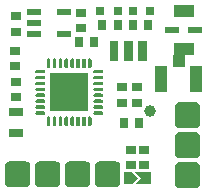
<source format=gts>
G04 DipTrace Beta 2.3.5.2*
%INsubMicroLRSv2.GTS*%
%MOIN*%
%ADD22R,0.0354X0.0276*%
%ADD23R,0.0276X0.0354*%
%ADD24R,0.0315X0.0315*%
%ADD25R,0.0472X0.0315*%
%ADD28R,0.0472X0.0217*%
%ADD29R,0.0394X0.0413*%
%ADD30R,0.0413X0.0866*%
%ADD31R,0.071X0.041*%
%ADD32R,0.049X0.024*%
%ADD34C,0.0394*%
%FSLAX44Y44*%
G04*
G70*
G90*
G75*
G01*
%LNTopMask*%
%LPD*%
G36*
X5895Y2915D2*
X6445D1*
X6461Y2914D1*
X6476Y2912D1*
X6491Y2908D1*
X6506Y2902D1*
X6520Y2895D1*
X6533Y2886D1*
X6545Y2876D1*
X6556Y2865D1*
X6566Y2853D1*
X6575Y2840D1*
X6582Y2826D1*
X6588Y2811D1*
X6592Y2796D1*
X6594Y2781D1*
X6595Y2765D1*
Y2215D1*
X6594Y2199D1*
X6592Y2184D1*
X6588Y2169D1*
X6582Y2154D1*
X6575Y2140D1*
X6566Y2127D1*
X6556Y2115D1*
X6545Y2104D1*
X6533Y2094D1*
X6520Y2085D1*
X6506Y2078D1*
X6491Y2072D1*
X6476Y2068D1*
X6461Y2066D1*
X6445Y2065D1*
X5895D1*
X5879Y2066D1*
X5864Y2068D1*
X5849Y2072D1*
X5834Y2078D1*
X5820Y2085D1*
X5807Y2094D1*
X5795Y2104D1*
X5784Y2115D1*
X5774Y2127D1*
X5765Y2140D1*
X5758Y2154D1*
X5752Y2169D1*
X5748Y2184D1*
X5746Y2199D1*
X5745Y2215D1*
Y2765D1*
X5746Y2781D1*
X5748Y2796D1*
X5752Y2811D1*
X5758Y2826D1*
X5765Y2840D1*
X5774Y2853D1*
X5784Y2865D1*
X5795Y2876D1*
X5807Y2886D1*
X5820Y2895D1*
X5834Y2902D1*
X5849Y2908D1*
X5864Y2912D1*
X5879Y2914D1*
X5895Y2915D1*
G37*
G36*
X5745Y1215D2*
Y1765D1*
X5746Y1781D1*
X5748Y1796D1*
X5752Y1811D1*
X5758Y1826D1*
X5765Y1840D1*
X5774Y1853D1*
X5784Y1865D1*
X5795Y1876D1*
X5807Y1886D1*
X5820Y1895D1*
X5834Y1902D1*
X5849Y1908D1*
X5864Y1912D1*
X5879Y1914D1*
X5895Y1915D1*
X6445D1*
X6461Y1914D1*
X6476Y1912D1*
X6491Y1908D1*
X6506Y1902D1*
X6520Y1895D1*
X6533Y1886D1*
X6545Y1876D1*
X6556Y1865D1*
X6566Y1853D1*
X6575Y1840D1*
X6582Y1826D1*
X6588Y1811D1*
X6592Y1796D1*
X6594Y1781D1*
X6595Y1765D1*
Y1215D1*
X6594Y1199D1*
X6592Y1184D1*
X6588Y1169D1*
X6582Y1154D1*
X6575Y1140D1*
X6566Y1127D1*
X6556Y1115D1*
X6545Y1104D1*
X6533Y1094D1*
X6520Y1085D1*
X6506Y1078D1*
X6491Y1072D1*
X6476Y1068D1*
X6461Y1066D1*
X6445Y1065D1*
X5895D1*
X5879Y1066D1*
X5864Y1068D1*
X5849Y1072D1*
X5834Y1078D1*
X5820Y1085D1*
X5807Y1094D1*
X5795Y1104D1*
X5784Y1115D1*
X5774Y1127D1*
X5765Y1140D1*
X5758Y1154D1*
X5752Y1169D1*
X5748Y1184D1*
X5746Y1199D1*
X5745Y1215D1*
G37*
G36*
X6445Y915D2*
X5895D1*
X5879Y914D1*
X5864Y912D1*
X5849Y908D1*
X5834Y902D1*
X5820Y895D1*
X5807Y886D1*
X5795Y876D1*
X5784Y865D1*
X5774Y853D1*
X5765Y840D1*
X5758Y826D1*
X5752Y811D1*
X5748Y796D1*
X5746Y781D1*
X5745Y765D1*
Y215D1*
X5746Y199D1*
X5748Y184D1*
X5752Y169D1*
X5758Y154D1*
X5765Y140D1*
X5774Y127D1*
X5784Y115D1*
X5795Y104D1*
X5807Y94D1*
X5820Y85D1*
X5834Y78D1*
X5849Y72D1*
X5864Y68D1*
X5879Y66D1*
X5895Y65D1*
X6445D1*
X6461Y66D1*
X6476Y68D1*
X6491Y72D1*
X6506Y78D1*
X6520Y85D1*
X6533Y94D1*
X6545Y104D1*
X6556Y115D1*
X6566Y127D1*
X6575Y140D1*
X6582Y154D1*
X6588Y169D1*
X6592Y184D1*
X6594Y199D1*
X6595Y215D1*
Y765D1*
X6594Y781D1*
X6592Y796D1*
X6588Y811D1*
X6582Y826D1*
X6575Y840D1*
X6566Y853D1*
X6556Y865D1*
X6545Y876D1*
X6533Y886D1*
X6520Y895D1*
X6506Y902D1*
X6491Y908D1*
X6476Y912D1*
X6461Y914D1*
X6445Y915D1*
G37*
G36*
X85Y245D2*
Y795D1*
X86Y811D1*
X88Y826D1*
X92Y841D1*
X98Y856D1*
X105Y870D1*
X114Y883D1*
X124Y895D1*
X135Y906D1*
X147Y916D1*
X160Y925D1*
X174Y932D1*
X189Y938D1*
X204Y942D1*
X219Y944D1*
X235Y945D1*
X785D1*
X801Y944D1*
X816Y942D1*
X831Y938D1*
X846Y932D1*
X860Y925D1*
X873Y916D1*
X885Y906D1*
X896Y895D1*
X906Y883D1*
X915Y870D1*
X922Y856D1*
X928Y841D1*
X932Y826D1*
X934Y811D1*
X935Y795D1*
Y245D1*
X934Y229D1*
X932Y214D1*
X928Y199D1*
X922Y184D1*
X915Y170D1*
X906Y157D1*
X896Y145D1*
X885Y134D1*
X873Y124D1*
X860Y115D1*
X846Y108D1*
X831Y102D1*
X816Y98D1*
X801Y96D1*
X785Y95D1*
X235D1*
X219Y96D1*
X204Y98D1*
X189Y102D1*
X174Y108D1*
X160Y115D1*
X147Y124D1*
X135Y134D1*
X124Y145D1*
X114Y157D1*
X105Y170D1*
X98Y184D1*
X92Y199D1*
X88Y214D1*
X86Y229D1*
X85Y245D1*
G37*
G36*
X1785Y95D2*
X1235D1*
X1219Y96D1*
X1204Y98D1*
X1189Y102D1*
X1174Y108D1*
X1160Y115D1*
X1147Y124D1*
X1135Y134D1*
X1124Y145D1*
X1114Y157D1*
X1105Y170D1*
X1098Y184D1*
X1092Y199D1*
X1088Y214D1*
X1086Y229D1*
X1085Y245D1*
Y795D1*
X1086Y811D1*
X1088Y826D1*
X1092Y841D1*
X1098Y856D1*
X1105Y870D1*
X1114Y883D1*
X1124Y895D1*
X1135Y906D1*
X1147Y916D1*
X1160Y925D1*
X1174Y932D1*
X1189Y938D1*
X1204Y942D1*
X1219Y944D1*
X1235Y945D1*
X1785D1*
X1801Y944D1*
X1816Y942D1*
X1831Y938D1*
X1846Y932D1*
X1860Y925D1*
X1873Y916D1*
X1885Y906D1*
X1896Y895D1*
X1906Y883D1*
X1915Y870D1*
X1922Y856D1*
X1928Y841D1*
X1932Y826D1*
X1934Y811D1*
X1935Y795D1*
Y245D1*
X1934Y229D1*
X1932Y214D1*
X1928Y199D1*
X1922Y184D1*
X1915Y170D1*
X1906Y157D1*
X1896Y145D1*
X1885Y134D1*
X1873Y124D1*
X1860Y115D1*
X1846Y108D1*
X1831Y102D1*
X1816Y98D1*
X1801Y96D1*
X1785Y95D1*
G37*
G36*
X2085Y795D2*
Y245D1*
X2086Y229D1*
X2088Y214D1*
X2092Y199D1*
X2098Y184D1*
X2105Y170D1*
X2114Y157D1*
X2124Y145D1*
X2135Y134D1*
X2147Y124D1*
X2160Y115D1*
X2174Y108D1*
X2189Y102D1*
X2204Y98D1*
X2219Y96D1*
X2235Y95D1*
X2785D1*
X2801Y96D1*
X2816Y98D1*
X2831Y102D1*
X2846Y108D1*
X2860Y115D1*
X2873Y124D1*
X2885Y134D1*
X2896Y145D1*
X2906Y157D1*
X2915Y170D1*
X2922Y184D1*
X2928Y199D1*
X2932Y214D1*
X2934Y229D1*
X2935Y245D1*
Y795D1*
X2934Y811D1*
X2932Y826D1*
X2928Y841D1*
X2922Y856D1*
X2915Y870D1*
X2906Y883D1*
X2896Y895D1*
X2885Y906D1*
X2873Y916D1*
X2860Y925D1*
X2846Y932D1*
X2831Y938D1*
X2816Y942D1*
X2801Y944D1*
X2785Y945D1*
X2235D1*
X2219Y944D1*
X2204Y942D1*
X2189Y938D1*
X2174Y932D1*
X2160Y925D1*
X2147Y916D1*
X2135Y906D1*
X2124Y895D1*
X2114Y883D1*
X2105Y870D1*
X2098Y856D1*
X2092Y841D1*
X2088Y826D1*
X2086Y811D1*
X2085Y795D1*
G37*
G36*
X3235Y95D2*
X3785D1*
X3801Y96D1*
X3816Y98D1*
X3831Y102D1*
X3846Y108D1*
X3860Y115D1*
X3873Y124D1*
X3885Y134D1*
X3896Y145D1*
X3906Y157D1*
X3915Y170D1*
X3922Y184D1*
X3928Y199D1*
X3932Y214D1*
X3934Y229D1*
X3935Y245D1*
Y795D1*
X3934Y811D1*
X3932Y826D1*
X3928Y841D1*
X3922Y856D1*
X3915Y870D1*
X3906Y883D1*
X3896Y895D1*
X3885Y906D1*
X3873Y916D1*
X3860Y925D1*
X3846Y932D1*
X3831Y938D1*
X3816Y942D1*
X3801Y944D1*
X3785Y945D1*
X3235D1*
X3219Y944D1*
X3204Y942D1*
X3189Y938D1*
X3174Y932D1*
X3160Y925D1*
X3147Y916D1*
X3135Y906D1*
X3124Y895D1*
X3114Y883D1*
X3105Y870D1*
X3098Y856D1*
X3092Y841D1*
X3088Y826D1*
X3086Y811D1*
X3085Y795D1*
Y245D1*
X3086Y229D1*
X3088Y214D1*
X3092Y199D1*
X3098Y184D1*
X3105Y170D1*
X3114Y157D1*
X3124Y145D1*
X3135Y134D1*
X3147Y124D1*
X3160Y115D1*
X3174Y108D1*
X3189Y102D1*
X3204Y98D1*
X3219Y96D1*
X3235Y95D1*
G37*
D22*
X4730Y830D3*
Y1342D3*
D23*
X4570Y2240D3*
X4058D3*
D22*
X430Y4130D3*
Y4642D3*
X450Y3080D3*
Y3592D3*
X440Y5270D3*
Y5782D3*
X2610Y5900D3*
Y5388D3*
G36*
X4611Y390D2*
X4407Y185D1*
X4953D1*
Y595D1*
X4407D1*
X4611Y390D1*
G37*
G36*
X4048Y595D2*
X4321D1*
X4525Y390D1*
X4321Y185D1*
X4048D1*
Y595D1*
G37*
D24*
X3860Y5960D3*
X3269D3*
X4340D3*
X4931D3*
D25*
X450Y2590D3*
Y1881D3*
D28*
X1040Y5940D3*
Y5566D3*
Y5192D3*
X2064D3*
Y5940D3*
D22*
X3980Y2900D3*
Y3412D3*
D23*
X3050Y4920D3*
X2538D3*
D22*
X4290Y830D3*
Y1342D3*
D23*
X4340Y5480D3*
X4852D3*
X3840D3*
X3328D3*
D22*
X4490Y2900D3*
Y3412D3*
D29*
X5880Y4280D3*
D30*
X5299Y3681D3*
X6461D3*
D31*
X6040Y4690D3*
Y5970D3*
D32*
X5670Y5330D3*
X6410D3*
G36*
X3300Y2503D2*
X3326Y2509D1*
X3347Y2526D1*
X3358Y2549D1*
Y2576D1*
X3347Y2599D1*
X3326Y2616D1*
X3300Y2622D1*
X3084D1*
X3058Y2616D1*
X3038Y2599D1*
X3026Y2576D1*
Y2549D1*
X3038Y2526D1*
X3058Y2509D1*
X3084Y2503D1*
X3300D1*
G37*
G36*
Y2700D2*
X3326Y2706D1*
X3347Y2723D1*
X3358Y2746D1*
Y2772D1*
X3347Y2796D1*
X3326Y2813D1*
X3300Y2818D1*
X3084D1*
X3058Y2813D1*
X3038Y2796D1*
X3026Y2772D1*
Y2746D1*
X3038Y2723D1*
X3058Y2706D1*
X3084Y2700D1*
X3300D1*
G37*
G36*
Y2897D2*
X3326Y2903D1*
X3347Y2919D1*
X3358Y2943D1*
Y2969D1*
X3347Y2993D1*
X3326Y3009D1*
X3300Y3015D1*
X3084D1*
X3058Y3009D1*
X3038Y2993D1*
X3026Y2969D1*
Y2943D1*
X3038Y2919D1*
X3058Y2903D1*
X3084Y2897D1*
X3300D1*
G37*
G36*
Y3094D2*
X3326Y3100D1*
X3347Y3116D1*
X3358Y3140D1*
Y3166D1*
X3347Y3190D1*
X3326Y3206D1*
X3300Y3212D1*
X3084D1*
X3058Y3206D1*
X3038Y3190D1*
X3026Y3166D1*
Y3140D1*
X3038Y3116D1*
X3058Y3100D1*
X3084Y3094D1*
X3300D1*
G37*
G36*
Y3291D2*
X3326Y3297D1*
X3347Y3313D1*
X3358Y3337D1*
Y3363D1*
X3347Y3387D1*
X3326Y3403D1*
X3300Y3409D1*
X3084D1*
X3058Y3403D1*
X3038Y3387D1*
X3026Y3363D1*
Y3337D1*
X3038Y3313D1*
X3058Y3297D1*
X3084Y3291D1*
X3300D1*
G37*
G36*
Y3488D2*
X3326Y3494D1*
X3347Y3510D1*
X3358Y3534D1*
Y3560D1*
X3347Y3584D1*
X3326Y3600D1*
X3300Y3606D1*
X3084D1*
X3058Y3600D1*
X3038Y3584D1*
X3026Y3560D1*
Y3534D1*
X3038Y3510D1*
X3058Y3494D1*
X3084Y3488D1*
X3300D1*
G37*
G36*
Y3685D2*
X3326Y3690D1*
X3347Y3707D1*
X3358Y3730D1*
Y3757D1*
X3347Y3780D1*
X3326Y3797D1*
X3300Y3803D1*
X3084D1*
X3058Y3797D1*
X3038Y3780D1*
X3026Y3757D1*
Y3730D1*
X3038Y3707D1*
X3058Y3690D1*
X3084Y3685D1*
X3300D1*
G37*
G36*
Y3881D2*
X3326Y3887D1*
X3347Y3904D1*
X3358Y3927D1*
Y3954D1*
X3347Y3977D1*
X3326Y3994D1*
X3300Y4000D1*
X3084D1*
X3058Y3994D1*
X3038Y3977D1*
X3026Y3954D1*
Y3927D1*
X3038Y3904D1*
X3058Y3887D1*
X3084Y3881D1*
X3300D1*
G37*
G36*
X2976Y4324D2*
X2970Y4350D1*
X2953Y4370D1*
X2930Y4382D1*
X2903D1*
X2880Y4370D1*
X2863Y4350D1*
X2857Y4324D1*
Y4108D1*
X2863Y4082D1*
X2880Y4062D1*
X2903Y4050D1*
X2930D1*
X2953Y4062D1*
X2970Y4082D1*
X2976Y4108D1*
Y4324D1*
G37*
G36*
X2779D2*
X2773Y4350D1*
X2756Y4370D1*
X2733Y4382D1*
X2706D1*
X2683Y4370D1*
X2666Y4350D1*
X2661Y4324D1*
Y4108D1*
X2666Y4082D1*
X2683Y4062D1*
X2706Y4050D1*
X2733D1*
X2756Y4062D1*
X2773Y4082D1*
X2779Y4108D1*
Y4324D1*
G37*
G36*
X2582D2*
X2576Y4350D1*
X2560Y4370D1*
X2536Y4382D1*
X2510D1*
X2486Y4370D1*
X2470Y4350D1*
X2464Y4324D1*
Y4108D1*
X2470Y4082D1*
X2486Y4062D1*
X2510Y4050D1*
X2536D1*
X2560Y4062D1*
X2576Y4082D1*
X2582Y4108D1*
Y4324D1*
G37*
G36*
X2385D2*
X2379Y4350D1*
X2363Y4370D1*
X2339Y4382D1*
X2313D1*
X2289Y4370D1*
X2273Y4350D1*
X2267Y4324D1*
Y4108D1*
X2273Y4082D1*
X2289Y4062D1*
X2313Y4050D1*
X2339D1*
X2363Y4062D1*
X2379Y4082D1*
X2385Y4108D1*
Y4324D1*
G37*
G36*
X2188D2*
X2182Y4350D1*
X2166Y4370D1*
X2142Y4382D1*
X2116D1*
X2092Y4370D1*
X2076Y4350D1*
X2070Y4324D1*
Y4108D1*
X2076Y4082D1*
X2092Y4062D1*
X2116Y4050D1*
X2142D1*
X2166Y4062D1*
X2182Y4082D1*
X2188Y4108D1*
Y4324D1*
G37*
G36*
X1991D2*
X1985Y4350D1*
X1969Y4370D1*
X1945Y4382D1*
X1919D1*
X1895Y4370D1*
X1879Y4350D1*
X1873Y4324D1*
Y4108D1*
X1879Y4082D1*
X1895Y4062D1*
X1919Y4050D1*
X1945D1*
X1969Y4062D1*
X1985Y4082D1*
X1991Y4108D1*
Y4324D1*
G37*
G36*
X1794D2*
X1789Y4350D1*
X1772Y4370D1*
X1749Y4382D1*
X1722D1*
X1699Y4370D1*
X1682Y4350D1*
X1676Y4324D1*
Y4108D1*
X1682Y4082D1*
X1699Y4062D1*
X1722Y4050D1*
X1749D1*
X1772Y4062D1*
X1789Y4082D1*
X1794Y4108D1*
Y4324D1*
G37*
G36*
X1598D2*
X1592Y4350D1*
X1575Y4370D1*
X1552Y4382D1*
X1525D1*
X1502Y4370D1*
X1485Y4350D1*
X1479Y4324D1*
Y4108D1*
X1485Y4082D1*
X1502Y4062D1*
X1525Y4050D1*
X1552D1*
X1575Y4062D1*
X1592Y4082D1*
X1598Y4108D1*
Y4324D1*
G37*
G36*
X1371Y3881D2*
X1397Y3887D1*
X1417Y3904D1*
X1429Y3927D1*
Y3954D1*
X1417Y3977D1*
X1397Y3994D1*
X1371Y4000D1*
X1155D1*
X1129Y3994D1*
X1109Y3977D1*
X1097Y3954D1*
Y3927D1*
X1109Y3904D1*
X1129Y3887D1*
X1155Y3881D1*
X1371D1*
G37*
G36*
Y3685D2*
X1397Y3690D1*
X1417Y3707D1*
X1429Y3730D1*
Y3757D1*
X1417Y3780D1*
X1397Y3797D1*
X1371Y3803D1*
X1155D1*
X1129Y3797D1*
X1109Y3780D1*
X1097Y3757D1*
Y3730D1*
X1109Y3707D1*
X1129Y3690D1*
X1155Y3685D1*
X1371D1*
G37*
G36*
Y3488D2*
X1397Y3494D1*
X1417Y3510D1*
X1429Y3534D1*
Y3560D1*
X1417Y3584D1*
X1397Y3600D1*
X1371Y3606D1*
X1155D1*
X1129Y3600D1*
X1109Y3584D1*
X1097Y3560D1*
Y3534D1*
X1109Y3510D1*
X1129Y3494D1*
X1155Y3488D1*
X1371D1*
G37*
G36*
Y3291D2*
X1397Y3297D1*
X1417Y3313D1*
X1429Y3337D1*
Y3363D1*
X1417Y3387D1*
X1397Y3403D1*
X1371Y3409D1*
X1155D1*
X1129Y3403D1*
X1109Y3387D1*
X1097Y3363D1*
Y3337D1*
X1109Y3313D1*
X1129Y3297D1*
X1155Y3291D1*
X1371D1*
G37*
G36*
Y3094D2*
X1397Y3100D1*
X1417Y3116D1*
X1429Y3140D1*
Y3166D1*
X1417Y3190D1*
X1397Y3206D1*
X1371Y3212D1*
X1155D1*
X1129Y3206D1*
X1109Y3190D1*
X1097Y3166D1*
Y3140D1*
X1109Y3116D1*
X1129Y3100D1*
X1155Y3094D1*
X1371D1*
G37*
G36*
Y2897D2*
X1397Y2903D1*
X1417Y2919D1*
X1429Y2943D1*
Y2969D1*
X1417Y2993D1*
X1397Y3009D1*
X1371Y3015D1*
X1155D1*
X1129Y3009D1*
X1109Y2993D1*
X1097Y2969D1*
Y2943D1*
X1109Y2919D1*
X1129Y2903D1*
X1155Y2897D1*
X1371D1*
G37*
G36*
Y2700D2*
X1397Y2706D1*
X1417Y2723D1*
X1429Y2746D1*
Y2772D1*
X1417Y2796D1*
X1397Y2813D1*
X1371Y2818D1*
X1155D1*
X1129Y2813D1*
X1109Y2796D1*
X1097Y2772D1*
Y2746D1*
X1109Y2723D1*
X1129Y2706D1*
X1155Y2700D1*
X1371D1*
G37*
G36*
Y2503D2*
X1397Y2509D1*
X1417Y2526D1*
X1429Y2549D1*
Y2576D1*
X1417Y2599D1*
X1397Y2616D1*
X1371Y2622D1*
X1155D1*
X1129Y2616D1*
X1109Y2599D1*
X1097Y2576D1*
Y2549D1*
X1109Y2526D1*
X1129Y2509D1*
X1155Y2503D1*
X1371D1*
G37*
G36*
X1598Y2395D2*
X1592Y2421D1*
X1575Y2441D1*
X1552Y2453D1*
X1525D1*
X1502Y2441D1*
X1485Y2421D1*
X1479Y2395D1*
Y2179D1*
X1485Y2153D1*
X1502Y2132D1*
X1525Y2121D1*
X1552D1*
X1575Y2132D1*
X1592Y2153D1*
X1598Y2179D1*
Y2395D1*
G37*
G36*
X1794D2*
X1789Y2421D1*
X1772Y2441D1*
X1749Y2453D1*
X1722D1*
X1699Y2441D1*
X1682Y2421D1*
X1676Y2395D1*
Y2179D1*
X1682Y2153D1*
X1699Y2132D1*
X1722Y2121D1*
X1749D1*
X1772Y2132D1*
X1789Y2153D1*
X1794Y2179D1*
Y2395D1*
G37*
G36*
X1991D2*
X1985Y2421D1*
X1969Y2441D1*
X1945Y2453D1*
X1919D1*
X1895Y2441D1*
X1879Y2421D1*
X1873Y2395D1*
Y2179D1*
X1879Y2153D1*
X1895Y2132D1*
X1919Y2121D1*
X1945D1*
X1969Y2132D1*
X1985Y2153D1*
X1991Y2179D1*
Y2395D1*
G37*
G36*
X2188D2*
X2182Y2421D1*
X2166Y2441D1*
X2142Y2453D1*
X2116D1*
X2092Y2441D1*
X2076Y2421D1*
X2070Y2395D1*
Y2179D1*
X2076Y2153D1*
X2092Y2132D1*
X2116Y2121D1*
X2142D1*
X2166Y2132D1*
X2182Y2153D1*
X2188Y2179D1*
Y2395D1*
G37*
G36*
X2385D2*
X2379Y2421D1*
X2363Y2441D1*
X2339Y2453D1*
X2313D1*
X2289Y2441D1*
X2273Y2421D1*
X2267Y2395D1*
Y2179D1*
X2273Y2153D1*
X2289Y2132D1*
X2313Y2121D1*
X2339D1*
X2363Y2132D1*
X2379Y2153D1*
X2385Y2179D1*
Y2395D1*
G37*
G36*
X2582D2*
X2576Y2421D1*
X2560Y2441D1*
X2536Y2453D1*
X2510D1*
X2486Y2441D1*
X2470Y2421D1*
X2464Y2395D1*
Y2179D1*
X2470Y2153D1*
X2486Y2132D1*
X2510Y2121D1*
X2536D1*
X2560Y2132D1*
X2576Y2153D1*
X2582Y2179D1*
Y2395D1*
G37*
G36*
X2779D2*
X2773Y2421D1*
X2756Y2441D1*
X2733Y2453D1*
X2706D1*
X2683Y2441D1*
X2666Y2421D1*
X2661Y2395D1*
Y2179D1*
X2666Y2153D1*
X2683Y2132D1*
X2706Y2121D1*
X2733D1*
X2756Y2132D1*
X2773Y2153D1*
X2779Y2179D1*
Y2395D1*
G37*
G36*
X2976D2*
X2970Y2421D1*
X2953Y2441D1*
X2930Y2453D1*
X2903D1*
X2880Y2441D1*
X2863Y2421D1*
X2857Y2395D1*
Y2179D1*
X2863Y2153D1*
X2880Y2132D1*
X2903Y2121D1*
X2930D1*
X2953Y2132D1*
X2970Y2153D1*
X2976Y2179D1*
Y2395D1*
G37*
G36*
X2867Y2612D2*
X1588D1*
Y3891D1*
X2867D1*
Y2612D1*
G37*
D34*
X4910Y2640D3*
G36*
X4535Y4298D2*
X4810D1*
Y4967D1*
X4535D1*
Y4298D1*
G37*
G36*
X4062D2*
X4338D1*
Y4967D1*
X4062D1*
Y4298D1*
G37*
G36*
X3590D2*
X3865D1*
Y4967D1*
X3590D1*
Y4298D1*
G37*
M02*

</source>
